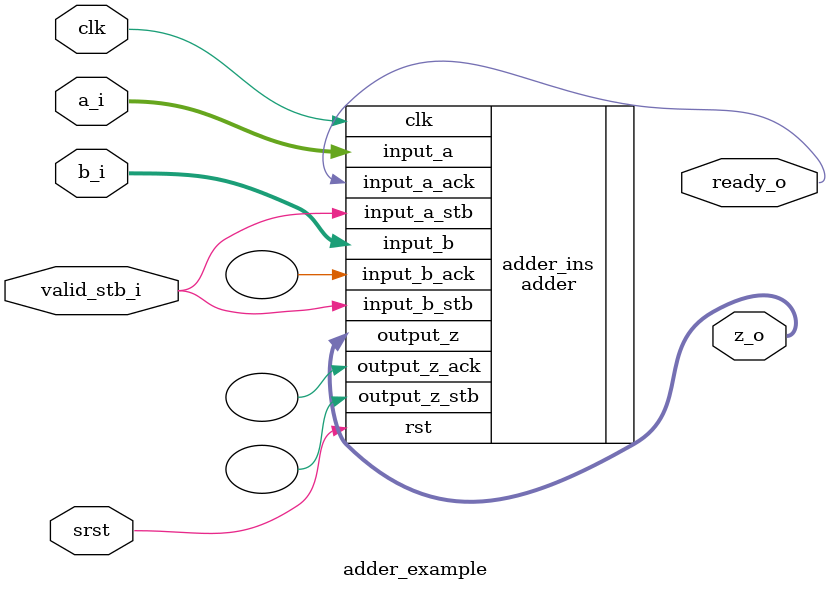
<source format=sv>
module adder_example (
    input  clk,
    input  srst,

    input  valid_stb_i,
    output ready_o,

    input  [31:0] a_i,
    input  [31:0] b_i,

    output [31:0] z_o
);

  //https://github.com/dawsonjon/fpu/tree/master/adder
  adder adder_ins (
    .clk          ( clk  ),
    .rst          ( srst ),

    .input_a      ( a_i         ),
    .input_a_stb  ( valid_stb_i ),
    .input_a_ack  ( ready_o     ),

    .input_b      ( b_i ),
    .input_b_stb  ( valid_stb_i ),
    .input_b_ack  (),

    .output_z     ( z_o ),
    .output_z_stb (),
    .output_z_ack ()
  );
    
endmodule
</source>
